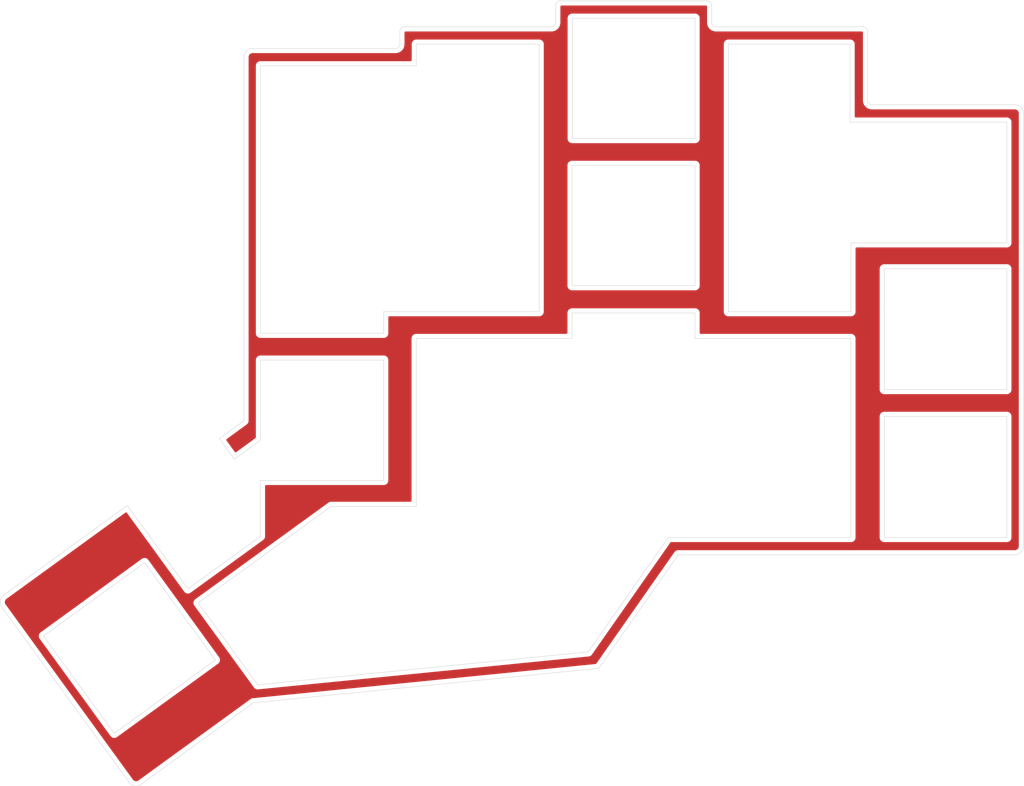
<source format=kicad_pcb>
(kicad_pcb (version 20171130) (host pcbnew 5.1.10)

  (general
    (thickness 1.6)
    (drawings 297)
    (tracks 0)
    (zones 0)
    (modules 0)
    (nets 1)
  )

  (page A4)
  (layers
    (0 F.Cu signal)
    (31 B.Cu signal)
    (32 B.Adhes user)
    (33 F.Adhes user)
    (34 B.Paste user)
    (35 F.Paste user)
    (36 B.SilkS user)
    (37 F.SilkS user)
    (38 B.Mask user)
    (39 F.Mask user)
    (40 Dwgs.User user)
    (41 Cmts.User user)
    (42 Eco1.User user)
    (43 Eco2.User user)
    (44 Edge.Cuts user)
    (45 Margin user)
    (46 B.CrtYd user)
    (47 F.CrtYd user)
    (48 B.Fab user)
    (49 F.Fab user)
  )

  (setup
    (last_trace_width 0.25)
    (user_trace_width 0.25)
    (user_trace_width 0.5)
    (trace_clearance 0.199)
    (zone_clearance 0.508)
    (zone_45_only no)
    (trace_min 0.2)
    (via_size 0.8)
    (via_drill 0.4)
    (via_min_size 0.6)
    (via_min_drill 0.3)
    (uvia_size 0.3)
    (uvia_drill 0.1)
    (uvias_allowed no)
    (uvia_min_size 0.2)
    (uvia_min_drill 0.1)
    (edge_width 0.05)
    (segment_width 0.2)
    (pcb_text_width 0.3)
    (pcb_text_size 1.5 1.5)
    (mod_edge_width 0.17)
    (mod_text_size 1 1)
    (mod_text_width 0.15)
    (pad_size 1.524 1.524)
    (pad_drill 0.762)
    (pad_to_mask_clearance 0.05)
    (solder_mask_min_width 0.2)
    (aux_axis_origin 0 0)
    (visible_elements FFFFFF7F)
    (pcbplotparams
      (layerselection 0x010fc_ffffffff)
      (usegerberextensions true)
      (usegerberattributes false)
      (usegerberadvancedattributes false)
      (creategerberjobfile false)
      (excludeedgelayer true)
      (linewidth 0.100000)
      (plotframeref false)
      (viasonmask false)
      (mode 1)
      (useauxorigin false)
      (hpglpennumber 1)
      (hpglpenspeed 20)
      (hpglpendiameter 15.000000)
      (psnegative false)
      (psa4output false)
      (plotreference true)
      (plotvalue false)
      (plotinvisibletext false)
      (padsonsilk false)
      (subtractmaskfromsilk true)
      (outputformat 1)
      (mirror false)
      (drillshape 0)
      (scaleselection 1)
      (outputdirectory "v2/gerber_middle/"))
  )

  (net 0 "")

  (net_class Default "This is the default net class."
    (clearance 0.199)
    (trace_width 0.25)
    (via_dia 0.8)
    (via_drill 0.4)
    (uvia_dia 0.3)
    (uvia_drill 0.1)
  )

  (net_class PWR ""
    (clearance 0.199)
    (trace_width 0.4)
    (via_dia 0.8)
    (via_drill 0.4)
    (uvia_dia 0.3)
    (uvia_drill 0.1)
  )

  (gr_line (start 133.93898 61.95) (end 133.93898 48) (layer Edge.Cuts) (width 0.05) (tstamp 60E0DF6B))
  (gr_line (start 115.93898 52.95) (end 115.93898 45) (layer Edge.Cuts) (width 0.05))
  (gr_line (start 119.78898 48) (end 133.93898 48) (layer Edge.Cuts) (width 0.05))
  (gr_line (start 119.78898 52.95) (end 119.78898 48) (layer Edge.Cuts) (width 0.05))
  (gr_line (start 133.93898 45) (end 115.93898 45) (layer Edge.Cuts) (width 0.05))
  (gr_line (start 43.02 67.62) (end 44.74537 70.00148) (layer Edge.Cuts) (width 0.05) (tstamp 60DD8164))
  (gr_line (start 133.93898 31.05) (end 115.83898 31.05) (layer Edge.Cuts) (width 0.05))
  (gr_line (start 33.991897 107.544878) (end 46.9362 98.140321) (layer Edge.Cuts) (width 0.05) (tstamp 60DD8116))
  (gr_line (start 61.98898 58.55) (end 61.98898 72.45) (layer Edge.Cuts) (width 0.05) (tstamp 60DCF78D))
  (gr_curve (pts (xy 100.357 20.04472) (xy 100.080901 20.04472) (xy 99.857 19.82082) (xy 99.857 19.54472)) (layer Edge.Cuts) (width 0.05) (tstamp 60DD8155))
  (gr_line (start 119.78898 61.95) (end 119.78898 52.95) (layer Edge.Cuts) (width 0.05) (tstamp 60DCF699))
  (gr_line (start 83.73898 53.1) (end 83.73898 56.05) (layer Edge.Cuts) (width 0.05) (tstamp 60DCF698))
  (gr_line (start 97.93898 49.95) (end 83.73898 49.95) (layer Edge.Cuts) (width 0.05) (tstamp 60DCF697))
  (gr_line (start 65.757 22.04472) (end 79.93898 22.04472) (layer Edge.Cuts) (width 0.05) (tstamp 60DCF696))
  (gr_line (start 34.378795 81.945278) (end 22.69898 90.43) (layer Edge.Cuts) (width 0.05) (tstamp 60DCF678))
  (gr_curve (pts (xy 81.857 19.54472) (xy 81.857 19.82082) (xy 81.6331 20.04472) (xy 81.357 20.04472)) (layer Edge.Cuts) (width 0.05) (tstamp 60DD8131))
  (gr_line (start 47.75898 58.55) (end 47.75898 67.8) (layer Edge.Cuts) (width 0.05) (tstamp 60DCF675))
  (gr_line (start 119.78898 65.05) (end 133.93898 65.05) (layer Edge.Cuts) (width 0.05) (tstamp 60DCF674))
  (gr_line (start 97.93898 49.95) (end 97.93898 36.05) (layer Edge.Cuts) (width 0.05) (tstamp 60DCF673))
  (gr_line (start 65.73898 75.45) (end 55.91898 75.45) (layer Edge.Cuts) (width 0.05) (tstamp 60DCF672))
  (gr_line (start 97.93898 19.04472) (end 97.93898 32.95) (layer Edge.Cuts) (width 0.05) (tstamp 60DCF671))
  (gr_line (start 65.757 22.04472) (end 65.757 24.54472) (layer Edge.Cuts) (width 0.05) (tstamp 60DCF6D9))
  (gr_line (start 99.857 19.54472) (end 99.857 17.54472) (layer Edge.Cuts) (width 0.05) (tstamp 60DD8119))
  (gr_line (start 117.857 28.54472) (end 117.857 20.54472) (layer Edge.Cuts) (width 0.05) (tstamp 60DD8101))
  (gr_line (start 79.93898 22.04472) (end 79.93898 52.95) (layer Edge.Cuts) (width 0.05) (tstamp 60DCF693))
  (gr_line (start 47.75898 67.8) (end 44.74537 70.00148) (layer Edge.Cuts) (width 0.05) (tstamp 60DCF690))
  (gr_line (start 115.83898 22.04472) (end 101.78898 22.04472) (layer Edge.Cuts) (width 0.05) (tstamp 60DCF68F))
  (gr_curve (pts (xy 33.991897 107.544878) (xy 33.545097 107.869478) (xy 32.919697 107.770478) (xy 32.595097 107.323677)) (layer Edge.Cuts) (width 0.05) (tstamp 60DCF68E))
  (gr_line (start 133.93898 79.04) (end 133.93898 65.05) (layer Edge.Cuts) (width 0.05) (tstamp 60DCF68D))
  (gr_line (start 106.4 20.04472) (end 100.357 20.04472) (layer Edge.Cuts) (width 0.05) (tstamp 60DD8152))
  (gr_line (start 32.38 75.35) (end 39.383409 84.981966) (layer Edge.Cuts) (width 0.05) (tstamp 60DCF68A))
  (gr_line (start 63.357 22.54472) (end 46.857 22.54472) (layer Edge.Cuts) (width 0.05) (tstamp 60DD810A))
  (gr_line (start 34.378795 81.945278) (end 42.54901 93.190615) (layer Edge.Cuts) (width 0.05) (tstamp 60DCF661))
  (gr_line (start 134.857 29.04472) (end 118.357 29.04472) (layer Edge.Cuts) (width 0.05) (tstamp 60DD813D))
  (gr_line (start 135.857 80.044721) (end 135.857 30.04472) (layer Edge.Cuts) (width 0.05) (tstamp 60DD8158))
  (gr_curve (pts (xy 134.857 29.04472) (xy 135.409 29.04472) (xy 135.857 29.492421) (xy 135.857 30.04472)) (layer Edge.Cuts) (width 0.05) (tstamp 60DD811F))
  (gr_line (start 106.4 20.04472) (end 117.357 20.04472) (layer Edge.Cuts) (width 0.05) (tstamp 60DD8161))
  (gr_line (start 133.93898 79.04) (end 119.78898 79.04) (layer Edge.Cuts) (width 0.05) (tstamp 60DCF6C0))
  (gr_curve (pts (xy 17.900457 87.098278) (xy 17.575837 86.651478) (xy 17.674887 86.026078) (xy 18.121697 85.701478)) (layer Edge.Cuts) (width 0.05) (tstamp 60DD813A))
  (gr_line (start 47.757 24.54472) (end 65.757 24.54472) (layer Edge.Cuts) (width 0.05) (tstamp 60DCF6BB))
  (gr_line (start 115.93898 79.04) (end 115.93898 56.05) (layer Edge.Cuts) (width 0.05) (tstamp 60DCF6BA))
  (gr_line (start 83.73898 36.05) (end 97.93898 36.05) (layer Edge.Cuts) (width 0.05) (tstamp 60DCF726))
  (gr_line (start 85.59898 92.26) (end 94.84898 79.04) (layer Edge.Cuts) (width 0.05) (tstamp 60DCF721))
  (gr_line (start 83.757 19.04472) (end 83.757 32.95) (layer Edge.Cuts) (width 0.05) (tstamp 60DCF71F))
  (gr_curve (pts (xy 63.857 22.04472) (xy 63.857 22.32082) (xy 63.6331 22.54472) (xy 63.357 22.54472)) (layer Edge.Cuts) (width 0.05) (tstamp 60DD8122))
  (gr_line (start 47.75898 58.55) (end 61.98898 58.55) (layer Edge.Cuts) (width 0.05) (tstamp 60DCF769))
  (gr_line (start 65.73898 56.05) (end 65.73898 75.45) (layer Edge.Cuts) (width 0.05) (tstamp 60DCF763))
  (gr_curve (pts (xy 117.357 20.04472) (xy 117.633 20.04472) (xy 117.857 20.26862) (xy 117.857 20.54472)) (layer Edge.Cuts) (width 0.05) (tstamp 60DD8167))
  (gr_line (start 83.73898 53.1) (end 97.93898 53.1) (layer Edge.Cuts) (width 0.05) (tstamp 60DCF6A3))
  (gr_line (start 47.75898 24.54472) (end 47.75898 55.45) (layer Edge.Cuts) (width 0.05) (tstamp 60DCF76F))
  (gr_line (start 86.8104 94.159621) (end 95.9936 81.044721) (layer Edge.Cuts) (width 0.05) (tstamp 60DD8140))
  (gr_line (start 47.75898 55.45) (end 61.98898 55.45) (layer Edge.Cuts) (width 0.05) (tstamp 60DCF71C))
  (gr_line (start 45.857 23.54472) (end 45.857 65.550561) (layer Edge.Cuts) (width 0.05) (tstamp 60DD8125))
  (gr_line (start 97.93898 53.1) (end 97.93898 56.05) (layer Edge.Cuts) (width 0.05) (tstamp 60DCF71A))
  (gr_line (start 61.98898 55.45) (end 61.98898 52.95) (layer Edge.Cuts) (width 0.05) (tstamp 60DCF719))
  (gr_line (start 32.38 75.35) (end 18.121697 85.701478) (layer Edge.Cuts) (width 0.05) (tstamp 60DD814C))
  (gr_line (start 40.55898 86.6) (end 47.43898 96.06) (layer Edge.Cuts) (width 0.05) (tstamp 60DCF755))
  (gr_line (start 47.75898 72.45) (end 61.98898 72.45) (layer Edge.Cuts) (width 0.05) (tstamp 60DCF730))
  (gr_line (start 17.900457 87.098278) (end 32.595097 107.323677) (layer Edge.Cuts) (width 0.05) (tstamp 60DD815E))
  (gr_line (start 70.6 20.04472) (end 81.357 20.04472) (layer Edge.Cuts) (width 0.05) (tstamp 60DD810D))
  (gr_line (start 99.357 17.04472) (end 82.357 17.04472) (layer Edge.Cuts) (width 0.05) (tstamp 60DD8110))
  (gr_line (start 55.91898 75.45) (end 40.55898 86.6) (layer Edge.Cuts) (width 0.05) (tstamp 60DCF792))
  (gr_curve (pts (xy 81.857 17.54472) (xy 81.857 17.26862) (xy 82.0809 17.04472) (xy 82.357 17.04472)) (layer Edge.Cuts) (width 0.05) (tstamp 60DD8113))
  (gr_line (start 133.93898 61.95) (end 119.78898 61.95) (layer Edge.Cuts) (width 0.05) (tstamp 60DCF78F))
  (gr_line (start 46.9362 98.140321) (end 86.8104 94.159621) (layer Edge.Cuts) (width 0.05) (tstamp 60DD814F))
  (gr_line (start 42.54901 93.190615) (end 30.87898 101.67) (layer Edge.Cuts) (width 0.05) (tstamp 60DCF688))
  (gr_line (start 47.75898 78.9) (end 39.383409 84.981966) (layer Edge.Cuts) (width 0.05) (tstamp 60DCF687))
  (gr_line (start 83.73898 36.05) (end 83.73898 49.95) (layer Edge.Cuts) (width 0.05) (tstamp 60DCF686))
  (gr_line (start 97.93898 56.05) (end 115.93898 56.05) (layer Edge.Cuts) (width 0.05) (tstamp 60DCF685))
  (gr_line (start 101.2 81.044721) (end 95.9936 81.044721) (layer Edge.Cuts) (width 0.05) (tstamp 60DD8149))
  (gr_curve (pts (xy 99.357 17.04472) (xy 99.6331 17.04472) (xy 99.857 17.26862) (xy 99.857 17.54472)) (layer Edge.Cuts) (width 0.05) (tstamp 60DD8107))
  (gr_curve (pts (xy 118.357 29.04472) (xy 118.081 29.04472) (xy 117.857 28.82082) (xy 117.857 28.54472)) (layer Edge.Cuts) (width 0.05) (tstamp 60DD8143))
  (gr_line (start 63.857 20.54472) (end 63.857 22.04472) (layer Edge.Cuts) (width 0.05) (tstamp 60DD811C))
  (gr_line (start 119.78898 79.04) (end 119.78898 65.05) (layer Edge.Cuts) (width 0.05) (tstamp 60DCF66F))
  (gr_line (start 79.93898 52.95) (end 61.98898 52.95) (layer Edge.Cuts) (width 0.05) (tstamp 60DCF66E))
  (gr_line (start 101.2 81.044721) (end 134.857 81.044721) (layer Edge.Cuts) (width 0.05) (tstamp 60DD8137))
  (gr_curve (pts (xy 135.857 80.044721) (xy 135.857 80.597021) (xy 135.409 81.044721) (xy 134.857 81.044721)) (layer Edge.Cuts) (width 0.05) (tstamp 60DD8146))
  (gr_line (start 47.75898 72.45) (end 47.75898 78.9) (layer Edge.Cuts) (width 0.05) (tstamp 60DCF667))
  (gr_line (start 115.83898 22.04472) (end 115.83898 31.05) (layer Edge.Cuts) (width 0.05) (tstamp 60DCF665))
  (gr_line (start 81.857 17.54472) (end 81.857 19.54472) (layer Edge.Cuts) (width 0.05) (tstamp 60DD812B))
  (gr_line (start 85.59898 92.26) (end 47.43898 96.06) (layer Edge.Cuts) (width 0.05) (tstamp 60DCF70C))
  (gr_line (start 65.73898 56.05) (end 83.73898 56.05) (layer Edge.Cuts) (width 0.05) (tstamp 60DCF70B))
  (gr_line (start 101.78898 22.04472) (end 101.78898 52.95) (layer Edge.Cuts) (width 0.05) (tstamp 60DCF70A))
  (gr_curve (pts (xy 45.857 23.54472) (xy 45.857 22.992421) (xy 46.3047 22.54472) (xy 46.857 22.54472)) (layer Edge.Cuts) (width 0.05) (tstamp 60DD815B))
  (gr_line (start 22.69898 90.43) (end 30.87898 101.67) (layer Edge.Cuts) (width 0.05) (tstamp 60DCF6FB))
  (gr_line (start 115.93898 52.95) (end 101.78898 52.95) (layer Edge.Cuts) (width 0.05) (tstamp 60DCF6EC))
  (gr_line (start 83.757 32.95) (end 97.93898 32.95) (layer Edge.Cuts) (width 0.05) (tstamp 60DCF6E7))
  (gr_line (start 133.93898 45) (end 133.93898 31.05) (layer Edge.Cuts) (width 0.05) (tstamp 60DCF6CC))
  (gr_curve (pts (xy 63.857 20.54472) (xy 63.857 20.26862) (xy 64.0809 20.04472) (xy 64.357 20.04472)) (layer Edge.Cuts) (width 0.05) (tstamp 60DD8128))
  (gr_line (start 115.93898 79.04) (end 94.84898 79.04) (layer Edge.Cuts) (width 0.05) (tstamp 60DCF6C7))
  (gr_line (start 83.757 19.04472) (end 97.93898 19.04472) (layer Edge.Cuts) (width 0.05) (tstamp 60DCF6C6))
  (gr_line (start 70.6 20.04472) (end 64.357 20.04472) (layer Edge.Cuts) (width 0.05) (tstamp 60DD8104))
  (gr_line (start 45.857 65.550561) (end 43.02 67.62) (layer Edge.Cuts) (width 0.05))
  (gr_line (start 93.961529 81.0418) (end 134.824914 81.0418) (layer Dwgs.User) (width 0.2))
  (gr_line (start 84.778333 94.156696) (end 93.961529 81.0418) (layer Dwgs.User) (width 0.2))
  (gr_line (start 46.904146 98.137394) (end 84.778333 94.156696) (layer Dwgs.User) (width 0.2))
  (gr_line (start 34.12165 107.424391) (end 46.904146 98.137394) (layer Dwgs.User) (width 0.2))
  (gr_curve (pts (xy 134.824914 81.0418) (xy 135.376915 81.0418) (xy 135.824914 80.594101) (xy 135.824914 80.041801)) (layer Dwgs.User) (width 0.2))
  (gr_line (start 18.030216 86.977797) (end 32.724851 107.203191) (layer Dwgs.User) (width 0.2))
  (gr_curve (pts (xy 32.724851 107.203191) (xy 33.049451 107.649991) (xy 33.67485 107.748991) (xy 34.12165 107.424391)) (layer Dwgs.User) (width 0.2))
  (gr_line (start 45.824946 65.547646) (end 18.251456 85.580999) (layer Dwgs.User) (width 0.2))
  (gr_line (start 45.824946 23.54182) (end 45.824946 65.547646) (layer Dwgs.User) (width 0.2))
  (gr_curve (pts (xy 18.251456 85.580999) (xy 17.804646 85.905599) (xy 17.705596 86.530998) (xy 18.030216 86.977797)) (layer Dwgs.User) (width 0.2))
  (gr_line (start 63.32494 22.541821) (end 46.824946 22.541821) (layer Dwgs.User) (width 0.2))
  (gr_curve (pts (xy 46.824946 22.541821) (xy 46.272646 22.541821) (xy 45.824946 22.989519) (xy 45.824946 23.54182)) (layer Dwgs.User) (width 0.2))
  (gr_line (start 63.82494 20.541821) (end 63.82494 22.041821) (layer Dwgs.User) (width 0.2))
  (gr_curve (pts (xy 63.82494 22.041821) (xy 63.82494 22.317921) (xy 63.60104 22.541821) (xy 63.32494 22.541821)) (layer Dwgs.User) (width 0.2))
  (gr_line (start 81.324934 20.041822) (end 64.32494 20.041822) (layer Dwgs.User) (width 0.2))
  (gr_curve (pts (xy 64.32494 20.041822) (xy 64.04884 20.041822) (xy 63.82494 20.265721) (xy 63.82494 20.541821)) (layer Dwgs.User) (width 0.2))
  (gr_line (start 81.824934 17.541822) (end 81.824934 19.541822) (layer Dwgs.User) (width 0.2))
  (gr_curve (pts (xy 81.824934 19.541822) (xy 81.824934 19.817922) (xy 81.601033 20.041822) (xy 81.324934 20.041822)) (layer Dwgs.User) (width 0.2))
  (gr_line (start 99.324928 17.041822) (end 82.324933 17.041822) (layer Dwgs.User) (width 0.2))
  (gr_curve (pts (xy 82.324933 17.041822) (xy 82.048834 17.041822) (xy 81.824934 17.265722) (xy 81.824934 17.541822)) (layer Dwgs.User) (width 0.2))
  (gr_line (start 99.824927 19.541822) (end 99.824927 17.541822) (layer Dwgs.User) (width 0.2))
  (gr_curve (pts (xy 99.824927 17.541822) (xy 99.824927 17.265722) (xy 99.601028 17.041822) (xy 99.324928 17.041822)) (layer Dwgs.User) (width 0.2))
  (gr_line (start 117.324921 20.041822) (end 100.324927 20.041822) (layer Dwgs.User) (width 0.2))
  (gr_curve (pts (xy 100.324927 20.041822) (xy 100.048827 20.041822) (xy 99.824927 19.817922) (xy 99.824927 19.541822)) (layer Dwgs.User) (width 0.2))
  (gr_line (start 117.824921 28.541819) (end 117.824921 20.541821) (layer Dwgs.User) (width 0.2))
  (gr_curve (pts (xy 117.824921 20.541821) (xy 117.824921 20.265721) (xy 117.600921 20.041822) (xy 117.324921 20.041822)) (layer Dwgs.User) (width 0.2))
  (gr_line (start 134.824914 29.041818) (end 118.324921 29.041818) (layer Dwgs.User) (width 0.2))
  (gr_curve (pts (xy 118.324921 29.041818) (xy 118.048921 29.041818) (xy 117.824921 28.817918) (xy 117.824921 28.541819)) (layer Dwgs.User) (width 0.2))
  (gr_line (start 135.824914 80.041801) (end 135.824914 30.041818) (layer Dwgs.User) (width 0.2))
  (gr_curve (pts (xy 135.824914 30.041818) (xy 135.824914 29.489518) (xy 135.376915 29.041818) (xy 134.824914 29.041818)) (layer Dwgs.User) (width 0.2))
  (gr_line (start 101.824927 53.0418) (end 115.824922 53.0418) (layer Dwgs.User) (width 0.2))
  (gr_line (start 101.824927 39.041815) (end 101.824927 53.0418) (layer Dwgs.User) (width 0.2))
  (gr_line (start 115.824922 39.041815) (end 101.824927 39.041815) (layer Dwgs.User) (width 0.2))
  (gr_line (start 115.824922 53.0418) (end 115.824922 39.041815) (layer Dwgs.User) (width 0.2))
  (gr_line (start 119.82492 62.041802) (end 133.824915 62.041802) (layer Dwgs.User) (width 0.2))
  (gr_line (start 119.82492 48.041812) (end 119.82492 62.041802) (layer Dwgs.User) (width 0.2))
  (gr_line (start 133.824915 48.041812) (end 119.82492 48.041812) (layer Dwgs.User) (width 0.2))
  (gr_line (start 133.824915 62.041802) (end 133.824915 48.041812) (layer Dwgs.User) (width 0.2))
  (gr_line (start 83.824933 50.041811) (end 97.824928 50.041811) (layer Dwgs.User) (width 0.2))
  (gr_line (start 83.824933 36.041816) (end 83.824933 50.041811) (layer Dwgs.User) (width 0.2))
  (gr_line (start 97.824928 36.041816) (end 83.824933 36.041816) (layer Dwgs.User) (width 0.2))
  (gr_line (start 97.824928 50.041811) (end 97.824928 36.041816) (layer Dwgs.User) (width 0.2))
  (gr_line (start 47.824945 38.541815) (end 61.824941 38.541815) (layer Dwgs.User) (width 0.2))
  (gr_line (start 47.824945 24.54182) (end 47.824945 38.541815) (layer Dwgs.User) (width 0.2))
  (gr_line (start 61.824941 24.54182) (end 47.824945 24.54182) (layer Dwgs.User) (width 0.2))
  (gr_line (start 61.824941 38.541815) (end 61.824941 24.54182) (layer Dwgs.User) (width 0.2))
  (gr_line (start 47.824945 72.541803) (end 61.824941 72.541803) (layer Dwgs.User) (width 0.2))
  (gr_line (start 47.824945 58.541798) (end 47.824945 72.541803) (layer Dwgs.User) (width 0.2))
  (gr_line (start 61.824941 58.541798) (end 47.824945 58.541798) (layer Dwgs.User) (width 0.2))
  (gr_line (start 61.824941 72.541803) (end 61.824941 58.541798) (layer Dwgs.User) (width 0.2))
  (gr_line (start 101.824927 70.041794) (end 115.824922 70.041794) (layer Dwgs.User) (width 0.2))
  (gr_line (start 101.824927 56.041798) (end 101.824927 70.041794) (layer Dwgs.User) (width 0.2))
  (gr_line (start 115.824922 56.041798) (end 101.824927 56.041798) (layer Dwgs.User) (width 0.2))
  (gr_line (start 115.824922 70.041794) (end 115.824922 56.041798) (layer Dwgs.User) (width 0.2))
  (gr_line (start 101.824927 36.041816) (end 115.824922 36.041816) (layer Dwgs.User) (width 0.2))
  (gr_line (start 101.824927 22.041821) (end 101.824927 36.041816) (layer Dwgs.User) (width 0.2))
  (gr_line (start 115.824922 22.041821) (end 101.824927 22.041821) (layer Dwgs.User) (width 0.2))
  (gr_line (start 115.824922 36.041816) (end 115.824922 22.041821) (layer Dwgs.User) (width 0.2))
  (gr_line (start 65.824939 70.041794) (end 79.824934 70.041794) (layer Dwgs.User) (width 0.2))
  (gr_line (start 65.824939 56.041798) (end 65.824939 70.041794) (layer Dwgs.User) (width 0.2))
  (gr_line (start 79.824934 56.041798) (end 65.824939 56.041798) (layer Dwgs.User) (width 0.2))
  (gr_line (start 79.824934 70.041794) (end 79.824934 56.041798) (layer Dwgs.User) (width 0.2))
  (gr_line (start 65.824939 36.041816) (end 79.824934 36.041816) (layer Dwgs.User) (width 0.2))
  (gr_line (start 65.824939 22.041821) (end 65.824939 36.041816) (layer Dwgs.User) (width 0.2))
  (gr_line (start 79.824934 22.041821) (end 65.824939 22.041821) (layer Dwgs.User) (width 0.2))
  (gr_line (start 79.824934 36.041816) (end 79.824934 22.041821) (layer Dwgs.User) (width 0.2))
  (gr_line (start 47.824945 55.541798) (end 61.824941 55.541798) (layer Dwgs.User) (width 0.2))
  (gr_line (start 47.824945 41.541814) (end 47.824945 55.541798) (layer Dwgs.User) (width 0.2))
  (gr_line (start 61.824941 41.541814) (end 47.824945 41.541814) (layer Dwgs.User) (width 0.2))
  (gr_line (start 61.824941 55.541798) (end 61.824941 41.541814) (layer Dwgs.User) (width 0.2))
  (gr_line (start 83.824933 67.041795) (end 97.824928 67.041795) (layer Dwgs.User) (width 0.2))
  (gr_line (start 83.824933 53.0418) (end 83.824933 67.041795) (layer Dwgs.User) (width 0.2))
  (gr_line (start 97.824928 53.0418) (end 83.824933 53.0418) (layer Dwgs.User) (width 0.2))
  (gr_line (start 97.824928 67.041795) (end 97.824928 53.0418) (layer Dwgs.User) (width 0.2))
  (gr_line (start 50.301945 95.668695) (end 63.82494 92.045297) (layer Dwgs.User) (width 0.2))
  (gr_line (start 46.678546 82.145799) (end 50.301945 95.668695) (layer Dwgs.User) (width 0.2))
  (gr_line (start 60.201441 78.522301) (end 46.678546 82.145799) (layer Dwgs.User) (width 0.2))
  (gr_line (start 63.82494 92.045297) (end 60.201441 78.522301) (layer Dwgs.User) (width 0.2))
  (gr_line (start 31.110051 101.577993) (end 42.436247 93.348996) (layer Dwgs.User) (width 0.2))
  (gr_line (start 22.881074 90.251797) (end 31.110051 101.577993) (layer Dwgs.User) (width 0.2))
  (gr_line (start 34.20735 82.0228) (end 22.881074 90.251797) (layer Dwgs.User) (width 0.2))
  (gr_line (start 42.436247 93.348996) (end 34.20735 82.0228) (layer Dwgs.User) (width 0.2))
  (gr_line (start 68.797537 91.522597) (end 82.778333 92.255297) (layer Dwgs.User) (width 0.2))
  (gr_line (start 69.530238 77.541802) (end 68.797537 91.522597) (layer Dwgs.User) (width 0.2))
  (gr_line (start 83.511033 78.274501) (end 69.530238 77.541802) (layer Dwgs.User) (width 0.2))
  (gr_line (start 82.778333 92.255297) (end 83.511033 78.274501) (layer Dwgs.User) (width 0.2))
  (gr_line (start 119.82492 79.041801) (end 133.824915 79.041801) (layer Dwgs.User) (width 0.2))
  (gr_line (start 119.82492 65.041796) (end 119.82492 79.041801) (layer Dwgs.User) (width 0.2))
  (gr_line (start 133.824915 65.041796) (end 119.82492 65.041796) (layer Dwgs.User) (width 0.2))
  (gr_line (start 133.824915 79.041801) (end 133.824915 65.041796) (layer Dwgs.User) (width 0.2))
  (gr_line (start 65.824939 53.0418) (end 79.824934 53.0418) (layer Dwgs.User) (width 0.2))
  (gr_line (start 65.824939 39.041815) (end 65.824939 53.0418) (layer Dwgs.User) (width 0.2))
  (gr_line (start 79.824934 39.041815) (end 65.824939 39.041815) (layer Dwgs.User) (width 0.2))
  (gr_line (start 79.824934 53.0418) (end 79.824934 39.041815) (layer Dwgs.User) (width 0.2))
  (gr_line (start 83.824933 33.041817) (end 97.824928 33.041817) (layer Dwgs.User) (width 0.2))
  (gr_line (start 83.824933 19.041822) (end 83.824933 33.041817) (layer Dwgs.User) (width 0.2))
  (gr_line (start 97.824928 19.041822) (end 83.824933 19.041822) (layer Dwgs.User) (width 0.2))
  (gr_line (start 97.824928 33.041817) (end 97.824928 19.041822) (layer Dwgs.User) (width 0.2))
  (gr_line (start 119.82492 45.041813) (end 133.824915 45.041813) (layer Dwgs.User) (width 0.2))
  (gr_line (start 119.82492 31.041818) (end 119.82492 45.041813) (layer Dwgs.User) (width 0.2))
  (gr_line (start 133.824915 31.041818) (end 119.82492 31.041818) (layer Dwgs.User) (width 0.2))
  (gr_line (start 133.824915 45.041813) (end 133.824915 31.041818) (layer Dwgs.User) (width 0.2))
  (gr_line (start 135.824914 80.041801) (end 135.824914 30.041818) (layer Dwgs.User) (width 0.2))
  (gr_curve (pts (xy 135.824914 80.041801) (xy 135.824914 80.594101) (xy 135.376915 81.0418) (xy 134.824914 81.0418)) (layer Dwgs.User) (width 0.2))
  (gr_line (start 134.824914 29.041818) (end 118.324921 29.041818) (layer Dwgs.User) (width 0.2))
  (gr_curve (pts (xy 134.824914 29.041818) (xy 135.376915 29.041818) (xy 135.824914 29.489518) (xy 135.824914 30.041818)) (layer Dwgs.User) (width 0.2))
  (gr_line (start 117.824921 28.541819) (end 117.824921 20.541821) (layer Dwgs.User) (width 0.2))
  (gr_curve (pts (xy 118.324921 29.041818) (xy 118.048921 29.041818) (xy 117.824921 28.817918) (xy 117.824921 28.541819)) (layer Dwgs.User) (width 0.2))
  (gr_line (start 117.324921 20.041822) (end 100.324927 20.041822) (layer Dwgs.User) (width 0.2))
  (gr_curve (pts (xy 117.324921 20.041822) (xy 117.600921 20.041822) (xy 117.824921 20.265721) (xy 117.824921 20.541821)) (layer Dwgs.User) (width 0.2))
  (gr_line (start 99.824927 19.541822) (end 99.824927 17.541822) (layer Dwgs.User) (width 0.2))
  (gr_curve (pts (xy 100.324927 20.041822) (xy 100.048827 20.041822) (xy 99.824927 19.817922) (xy 99.824927 19.541822)) (layer Dwgs.User) (width 0.2))
  (gr_line (start 99.324928 17.041822) (end 82.324933 17.041822) (layer Dwgs.User) (width 0.2))
  (gr_curve (pts (xy 99.324928 17.041822) (xy 99.601028 17.041822) (xy 99.824927 17.265722) (xy 99.824927 17.541822)) (layer Dwgs.User) (width 0.2))
  (gr_line (start 81.824934 17.541822) (end 81.824934 19.541822) (layer Dwgs.User) (width 0.2))
  (gr_curve (pts (xy 81.824934 17.541822) (xy 81.824934 17.265722) (xy 82.048834 17.041822) (xy 82.324933 17.041822)) (layer Dwgs.User) (width 0.2))
  (gr_line (start 81.324934 20.041822) (end 64.32494 20.041822) (layer Dwgs.User) (width 0.2))
  (gr_curve (pts (xy 81.824934 19.541822) (xy 81.824934 19.817922) (xy 81.601033 20.041822) (xy 81.324934 20.041822)) (layer Dwgs.User) (width 0.2))
  (gr_line (start 63.82494 20.541821) (end 63.82494 22.041821) (layer Dwgs.User) (width 0.2))
  (gr_curve (pts (xy 63.82494 20.541821) (xy 63.82494 20.265721) (xy 64.04884 20.041822) (xy 64.32494 20.041822)) (layer Dwgs.User) (width 0.2))
  (gr_line (start 63.32494 22.541821) (end 46.824946 22.541821) (layer Dwgs.User) (width 0.2))
  (gr_curve (pts (xy 63.82494 22.041821) (xy 63.82494 22.317921) (xy 63.60104 22.541821) (xy 63.32494 22.541821)) (layer Dwgs.User) (width 0.2))
  (gr_line (start 45.824946 23.54182) (end 45.824946 65.547646) (layer Dwgs.User) (width 0.2))
  (gr_curve (pts (xy 45.824946 23.54182) (xy 45.824946 22.989519) (xy 46.272646 22.541821) (xy 46.824946 22.541821)) (layer Dwgs.User) (width 0.2))
  (gr_line (start 18.251456 85.580999) (end 45.824946 65.547646) (layer Dwgs.User) (width 0.2))
  (gr_line (start 18.030216 86.977797) (end 32.724851 107.203191) (layer Dwgs.User) (width 0.2))
  (gr_curve (pts (xy 18.030216 86.977797) (xy 17.705596 86.530998) (xy 17.804646 85.905599) (xy 18.251456 85.580999)) (layer Dwgs.User) (width 0.2))
  (gr_line (start 34.12165 107.424391) (end 46.904146 98.137394) (layer Dwgs.User) (width 0.2))
  (gr_curve (pts (xy 34.12165 107.424391) (xy 33.67485 107.748991) (xy 33.049451 107.649991) (xy 32.724851 107.203191)) (layer Dwgs.User) (width 0.2))
  (gr_line (start 46.904146 98.137394) (end 84.778333 94.156696) (layer Dwgs.User) (width 0.2))
  (gr_line (start 84.778333 94.156696) (end 93.961529 81.0418) (layer Dwgs.User) (width 0.2))
  (gr_line (start 134.824914 81.0418) (end 93.961529 81.0418) (layer Dwgs.User) (width 0.2))
  (gr_line (start 22.881074 90.251797) (end 31.110051 101.577993) (layer Dwgs.User) (width 0.2))
  (gr_line (start 34.20735 82.0228) (end 22.881074 90.251797) (layer Dwgs.User) (width 0.2))
  (gr_line (start 42.436247 93.348996) (end 34.20735 82.0228) (layer Dwgs.User) (width 0.2))
  (gr_line (start 31.110051 101.577993) (end 42.436247 93.348996) (layer Dwgs.User) (width 0.2))
  (gr_line (start 46.678546 82.145799) (end 50.301945 95.668695) (layer Dwgs.User) (width 0.2))
  (gr_line (start 60.201441 78.522301) (end 46.678546 82.145799) (layer Dwgs.User) (width 0.2))
  (gr_line (start 63.82494 92.045297) (end 60.201441 78.522301) (layer Dwgs.User) (width 0.2))
  (gr_line (start 50.301945 95.668695) (end 63.82494 92.045297) (layer Dwgs.User) (width 0.2))
  (gr_line (start 69.530238 77.541802) (end 68.797537 91.522597) (layer Dwgs.User) (width 0.2))
  (gr_line (start 83.511033 78.274501) (end 69.530238 77.541802) (layer Dwgs.User) (width 0.2))
  (gr_line (start 82.778333 92.255297) (end 83.511033 78.274501) (layer Dwgs.User) (width 0.2))
  (gr_line (start 68.797537 91.522597) (end 82.778333 92.255297) (layer Dwgs.User) (width 0.2))
  (gr_line (start 133.824915 45.041813) (end 133.824915 31.041818) (layer Dwgs.User) (width 0.2))
  (gr_line (start 119.82492 45.041813) (end 133.824915 45.041813) (layer Dwgs.User) (width 0.2))
  (gr_line (start 119.82492 31.041818) (end 119.82492 45.041813) (layer Dwgs.User) (width 0.2))
  (gr_line (start 133.824915 31.041818) (end 119.82492 31.041818) (layer Dwgs.User) (width 0.2))
  (gr_line (start 133.824915 79.041801) (end 133.824915 65.041796) (layer Dwgs.User) (width 0.2))
  (gr_line (start 119.82492 79.041801) (end 133.824915 79.041801) (layer Dwgs.User) (width 0.2))
  (gr_line (start 119.82492 65.041796) (end 119.82492 79.041801) (layer Dwgs.User) (width 0.2))
  (gr_line (start 133.824915 65.041796) (end 119.82492 65.041796) (layer Dwgs.User) (width 0.2))
  (gr_line (start 115.824922 36.041816) (end 115.824922 22.041821) (layer Dwgs.User) (width 0.2))
  (gr_line (start 101.824927 36.041816) (end 115.824922 36.041816) (layer Dwgs.User) (width 0.2))
  (gr_line (start 101.824927 22.041821) (end 101.824927 36.041816) (layer Dwgs.User) (width 0.2))
  (gr_line (start 115.824922 22.041821) (end 101.824927 22.041821) (layer Dwgs.User) (width 0.2))
  (gr_line (start 115.824922 53.0418) (end 115.824922 39.041815) (layer Dwgs.User) (width 0.2))
  (gr_line (start 101.824927 53.0418) (end 115.824922 53.0418) (layer Dwgs.User) (width 0.2))
  (gr_line (start 101.824927 39.041815) (end 101.824927 53.0418) (layer Dwgs.User) (width 0.2))
  (gr_line (start 115.824922 39.041815) (end 101.824927 39.041815) (layer Dwgs.User) (width 0.2))
  (gr_line (start 115.824922 70.041794) (end 115.824922 56.041798) (layer Dwgs.User) (width 0.2))
  (gr_line (start 101.824927 70.041794) (end 115.824922 70.041794) (layer Dwgs.User) (width 0.2))
  (gr_line (start 101.824927 56.041798) (end 101.824927 70.041794) (layer Dwgs.User) (width 0.2))
  (gr_line (start 115.824922 56.041798) (end 101.824927 56.041798) (layer Dwgs.User) (width 0.2))
  (gr_line (start 97.824928 33.041817) (end 97.824928 19.041822) (layer Dwgs.User) (width 0.2))
  (gr_line (start 83.824933 33.041817) (end 97.824928 33.041817) (layer Dwgs.User) (width 0.2))
  (gr_line (start 83.824933 19.041822) (end 83.824933 33.041817) (layer Dwgs.User) (width 0.2))
  (gr_line (start 97.824928 19.041822) (end 83.824933 19.041822) (layer Dwgs.User) (width 0.2))
  (gr_line (start 97.824928 50.041811) (end 97.824928 36.041816) (layer Dwgs.User) (width 0.2))
  (gr_line (start 83.824933 50.041811) (end 97.824928 50.041811) (layer Dwgs.User) (width 0.2))
  (gr_line (start 83.824933 36.041816) (end 83.824933 50.041811) (layer Dwgs.User) (width 0.2))
  (gr_line (start 97.824928 36.041816) (end 83.824933 36.041816) (layer Dwgs.User) (width 0.2))
  (gr_line (start 97.824928 67.041795) (end 97.824928 53.0418) (layer Dwgs.User) (width 0.2))
  (gr_line (start 83.824933 67.041795) (end 97.824928 67.041795) (layer Dwgs.User) (width 0.2))
  (gr_line (start 83.824933 53.0418) (end 83.824933 67.041795) (layer Dwgs.User) (width 0.2))
  (gr_line (start 97.824928 53.0418) (end 83.824933 53.0418) (layer Dwgs.User) (width 0.2))
  (gr_line (start 79.824934 36.041816) (end 79.824934 22.041821) (layer Dwgs.User) (width 0.2))
  (gr_line (start 65.824939 36.041816) (end 79.824934 36.041816) (layer Dwgs.User) (width 0.2))
  (gr_line (start 65.824939 22.041821) (end 65.824939 36.041816) (layer Dwgs.User) (width 0.2))
  (gr_line (start 79.824934 22.041821) (end 65.824939 22.041821) (layer Dwgs.User) (width 0.2))
  (gr_line (start 79.824934 53.0418) (end 79.824934 39.041815) (layer Dwgs.User) (width 0.2))
  (gr_line (start 65.824939 53.0418) (end 79.824934 53.0418) (layer Dwgs.User) (width 0.2))
  (gr_line (start 65.824939 39.041815) (end 65.824939 53.0418) (layer Dwgs.User) (width 0.2))
  (gr_line (start 79.824934 39.041815) (end 65.824939 39.041815) (layer Dwgs.User) (width 0.2))
  (gr_line (start 79.824934 70.041794) (end 79.824934 56.041798) (layer Dwgs.User) (width 0.2))
  (gr_line (start 65.824939 70.041794) (end 79.824934 70.041794) (layer Dwgs.User) (width 0.2))
  (gr_line (start 65.824939 56.041798) (end 65.824939 70.041794) (layer Dwgs.User) (width 0.2))
  (gr_line (start 79.824934 56.041798) (end 65.824939 56.041798) (layer Dwgs.User) (width 0.2))
  (gr_line (start 61.824941 38.541815) (end 61.824941 24.54182) (layer Dwgs.User) (width 0.2))
  (gr_line (start 47.824945 38.541815) (end 61.824941 38.541815) (layer Dwgs.User) (width 0.2))
  (gr_line (start 47.824945 24.54182) (end 47.824945 38.541815) (layer Dwgs.User) (width 0.2))
  (gr_line (start 61.824941 24.54182) (end 47.824945 24.54182) (layer Dwgs.User) (width 0.2))
  (gr_line (start 61.824941 55.541798) (end 61.824941 41.541814) (layer Dwgs.User) (width 0.2))
  (gr_line (start 47.824945 55.541798) (end 61.824941 55.541798) (layer Dwgs.User) (width 0.2))
  (gr_line (start 47.824945 41.541814) (end 47.824945 55.541798) (layer Dwgs.User) (width 0.2))
  (gr_line (start 61.824941 41.541814) (end 47.824945 41.541814) (layer Dwgs.User) (width 0.2))
  (gr_line (start 61.824941 72.541803) (end 61.824941 58.541798) (layer Dwgs.User) (width 0.2))
  (gr_line (start 47.824945 72.541803) (end 61.824941 72.541803) (layer Dwgs.User) (width 0.2))
  (gr_line (start 47.824945 58.541798) (end 47.824945 72.541803) (layer Dwgs.User) (width 0.2))
  (gr_line (start 61.824941 58.541798) (end 47.824945 58.541798) (layer Dwgs.User) (width 0.2))
  (gr_line (start 133.824915 62.041802) (end 133.824915 48.041812) (layer Dwgs.User) (width 0.2))
  (gr_line (start 119.82492 62.041802) (end 133.824915 62.041802) (layer Dwgs.User) (width 0.2))
  (gr_line (start 119.82492 48.041812) (end 119.82492 62.041802) (layer Dwgs.User) (width 0.2))
  (gr_line (start 133.824915 48.041812) (end 119.82492 48.041812) (layer Dwgs.User) (width 0.2))

  (zone (net 0) (net_name "") (layer F.Cu) (tstamp 0) (hatch edge 0.508)
    (connect_pads (clearance 0.508))
    (min_thickness 0.254)
    (fill yes (arc_segments 32) (thermal_gap 0.508) (thermal_bridge_width 0.508))
    (polygon
      (pts
        (xy 99.7 17.2) (xy 99.8 17.8) (xy 99.8 19.6) (xy 100 19.9) (xy 100.5 20)
        (xy 117.4 20) (xy 117.8 20.3) (xy 117.9 20.8) (xy 117.9 28.7) (xy 118.1 29)
        (xy 135 29) (xy 135.5 29.2) (xy 135.8 29.8) (xy 135.8 80.2) (xy 135.5 80.8)
        (xy 135 81.1) (xy 96 81.08) (xy 86.83 94.16) (xy 46.9 98.2) (xy 33.9 107.6)
        (xy 33.2 107.5) (xy 32.8 107.3) (xy 17.9 86.8) (xy 17.8 86.3) (xy 18 85.8)
        (xy 18.1 85.7) (xy 21.4 83.3) (xy 45.8 65.6) (xy 45.8 23.3) (xy 46.2 22.7)
        (xy 46.7 22.5) (xy 63.3 22.5) (xy 63.6 22.4) (xy 63.8 22.2) (xy 63.8 20.5)
        (xy 64 20.2) (xy 64.2 20) (xy 81.5 20) (xy 81.8 19.7) (xy 81.8 17.5)
        (xy 82 17.1) (xy 82.5 17) (xy 99.3 17)
      )
    )
    (filled_polygon
      (pts
        (xy 99.197 19.577138) (xy 99.198634 19.593728) (xy 99.200421 19.629119) (xy 99.204669 19.657573) (xy 99.205814 19.68633)
        (xy 99.207142 19.695449) (xy 99.214721 19.745089) (xy 99.223756 19.780586) (xy 99.229765 19.816729) (xy 99.232219 19.825612)
        (xy 99.252403 19.896756) (xy 99.268564 19.937913) (xy 99.282171 19.979992) (xy 99.285907 19.988416) (xy 99.315919 20.054828)
        (xy 99.337577 20.092464) (xy 99.356781 20.131391) (xy 99.361699 20.139184) (xy 99.400689 20.200013) (xy 99.427214 20.23365)
        (xy 99.451479 20.268959) (xy 99.457463 20.275967) (xy 99.50458 20.330365) (xy 99.535509 20.359718) (xy 99.564425 20.391052)
        (xy 99.571349 20.397134) (xy 99.625747 20.444252) (xy 99.660709 20.469005) (xy 99.693982 20.496005) (xy 99.701706 20.501032)
        (xy 99.762535 20.540021) (xy 99.801202 20.559772) (xy 99.838528 20.581951) (xy 99.846899 20.585804) (xy 99.91331 20.615815)
        (xy 99.955183 20.630003) (xy 99.99611 20.646738) (xy 100.004957 20.649315) (xy 100.076102 20.6695) (xy 100.112164 20.676014)
        (xy 100.147544 20.685547) (xy 100.156644 20.687001) (xy 100.206284 20.694579) (xy 100.234997 20.696124) (xy 100.263388 20.700769)
        (xy 100.272589 20.701298) (xy 100.307997 20.703087) (xy 100.324581 20.70472) (xy 117.197001 20.70472) (xy 117.197 28.577138)
        (xy 117.198635 28.593736) (xy 117.200424 28.629144) (xy 117.204674 28.657603) (xy 117.20582 28.686356) (xy 117.207148 28.695475)
        (xy 117.214729 28.745115) (xy 117.223771 28.780631) (xy 117.229785 28.816787) (xy 117.232239 28.82567) (xy 117.25243 28.896814)
        (xy 117.268597 28.937974) (xy 117.282208 28.980053) (xy 117.285945 28.988476) (xy 117.315965 29.054887) (xy 117.337625 29.092517)
        (xy 117.35684 29.131457) (xy 117.36176 29.139249) (xy 117.400759 29.200078) (xy 117.427284 29.233706) (xy 117.451548 29.269007)
        (xy 117.457533 29.276014) (xy 117.504659 29.330412) (xy 117.53558 29.359751) (xy 117.564486 29.391072) (xy 117.57141 29.397154)
        (xy 117.625813 29.444272) (xy 117.660764 29.469015) (xy 117.694029 29.496008) (xy 117.701753 29.501034) (xy 117.762583 29.540024)
        (xy 117.801241 29.55977) (xy 117.838559 29.581945) (xy 117.84693 29.585798) (xy 117.913337 29.615809) (xy 117.955196 29.629993)
        (xy 117.996122 29.64673) (xy 118.004969 29.649307) (xy 118.076102 29.669492) (xy 118.112168 29.676009) (xy 118.147549 29.685543)
        (xy 118.156648 29.686998) (xy 118.206276 29.694576) (xy 118.235002 29.696122) (xy 118.263394 29.700768) (xy 118.272594 29.701297)
        (xy 118.307981 29.703085) (xy 118.324581 29.70472) (xy 134.848653 29.70472) (xy 134.875045 29.705388) (xy 134.892509 29.706716)
        (xy 134.90952 29.708878) (xy 134.918024 29.710397) (xy 134.958151 29.720717) (xy 134.98885 29.731955) (xy 135.018232 29.746109)
        (xy 135.046181 29.763089) (xy 135.072472 29.782746) (xy 135.096824 29.804875) (xy 135.118957 29.829222) (xy 135.138617 29.855505)
        (xy 135.1556 29.88345) (xy 135.169755 29.912821) (xy 135.18099 29.943506) (xy 135.191317 29.983647) (xy 135.192838 29.992159)
        (xy 135.194999 30.009162) (xy 135.196331 30.026662) (xy 135.197001 30.053131) (xy 135.197 80.036349) (xy 135.196331 80.062778)
        (xy 135.194999 80.080278) (xy 135.192839 80.09727) (xy 135.191314 80.105803) (xy 135.18099 80.145936) (xy 135.169754 80.176622)
        (xy 135.155601 80.20599) (xy 135.138617 80.233936) (xy 135.118957 80.260219) (xy 135.096828 80.284562) (xy 135.072472 80.306694)
        (xy 135.046181 80.326351) (xy 135.018232 80.343331) (xy 134.98885 80.357485) (xy 134.958151 80.368723) (xy 134.918024 80.379043)
        (xy 134.90952 80.380562) (xy 134.892509 80.382724) (xy 134.875045 80.384052) (xy 134.848633 80.384721) (xy 96.033232 80.384721)
        (xy 96.008069 80.381687) (xy 95.96841 80.384721) (xy 95.961181 80.384721) (xy 95.936029 80.387198) (xy 95.878439 80.391604)
        (xy 95.87145 80.393559) (xy 95.864217 80.394271) (xy 95.808883 80.411057) (xy 95.753234 80.42662) (xy 95.746756 80.429903)
        (xy 95.739807 80.432011) (xy 95.688812 80.459268) (xy 95.637268 80.48539) (xy 95.631559 80.48987) (xy 95.62515 80.493296)
        (xy 95.580469 80.529965) (xy 95.534994 80.565653) (xy 95.530262 80.571169) (xy 95.524652 80.575773) (xy 95.487987 80.620449)
        (xy 95.471555 80.639604) (xy 95.467417 80.645514) (xy 95.442175 80.676271) (xy 95.430223 80.698632) (xy 86.443475 93.532972)
        (xy 46.922755 97.478383) (xy 46.910163 97.47764) (xy 46.858206 97.484827) (xy 46.838379 97.486806) (xy 46.826065 97.489272)
        (xy 46.781381 97.495453) (xy 46.762476 97.502009) (xy 46.742843 97.505941) (xy 46.701173 97.523266) (xy 46.658549 97.538047)
        (xy 46.641279 97.548169) (xy 46.622798 97.555853) (xy 46.585325 97.580964) (xy 46.57449 97.587314) (xy 46.558365 97.59903)
        (xy 46.514796 97.628225) (xy 46.50589 97.637155) (xy 33.610746 107.005996) (xy 33.588948 107.021004) (xy 33.574016 107.030209)
        (xy 33.558956 107.038474) (xy 33.551166 107.042252) (xy 33.512608 107.057502) (xy 33.481152 107.066461) (xy 33.449074 107.072279)
        (xy 33.416502 107.074969) (xy 33.38369 107.074518) (xy 33.351012 107.070931) (xy 33.318816 107.064246) (xy 33.287488 107.054543)
        (xy 33.257355 107.041927) (xy 33.22864 107.02648) (xy 33.201509 107.008252) (xy 33.169579 106.981857) (xy 33.16334 106.975858)
        (xy 33.151584 106.963357) (xy 33.140209 106.949967) (xy 33.124165 106.929017) (xy 21.155791 90.455994) (xy 22.036297 90.455994)
        (xy 22.036337 90.45628) (xy 22.03632 90.456564) (xy 22.04523 90.520603) (xy 22.054102 90.584777) (xy 22.054195 90.585046)
        (xy 22.054235 90.585331) (xy 22.075519 90.646552) (xy 22.096688 90.707612) (xy 22.096833 90.707859) (xy 22.096927 90.70813)
        (xy 22.129638 90.763839) (xy 22.162421 90.81978) (xy 22.184248 90.844346) (xy 30.326118 102.031955) (xy 30.342459 102.059833)
        (xy 30.364259 102.084364) (xy 30.364413 102.084575) (xy 30.386643 102.109551) (xy 30.428822 102.157013) (xy 30.42902 102.157163)
        (xy 30.429191 102.157355) (xy 30.481883 102.197176) (xy 30.532483 102.235476) (xy 30.532705 102.235584) (xy 30.532912 102.23574)
        (xy 30.592235 102.264455) (xy 30.649459 102.292209) (xy 30.649701 102.292272) (xy 30.649932 102.292384) (xy 30.713407 102.308894)
        (xy 30.775257 102.325031) (xy 30.775507 102.325046) (xy 30.775754 102.32511) (xy 30.840613 102.328883) (xy 30.905039 102.33268)
        (xy 30.90529 102.332645) (xy 30.905544 102.33266) (xy 30.969708 102.323733) (xy 31.033821 102.314863) (xy 31.034061 102.31478)
        (xy 31.034311 102.314745) (xy 31.095578 102.293445) (xy 31.156652 102.272264) (xy 31.156869 102.272137) (xy 31.15711 102.272053)
        (xy 31.21305 102.239207) (xy 31.240709 102.222994) (xy 31.240913 102.222846) (xy 31.269221 102.206224) (xy 31.293367 102.184733)
        (xy 42.910734 93.743613) (xy 42.938825 93.727149) (xy 42.963182 93.705505) (xy 42.963193 93.705497) (xy 42.99457 93.677613)
        (xy 43.036008 93.640791) (xy 43.036014 93.640783) (xy 43.036023 93.640775) (xy 43.079023 93.583965) (xy 43.114474 93.537132)
        (xy 43.114478 93.537123) (xy 43.114486 93.537113) (xy 43.140943 93.482563) (xy 43.171212 93.420158) (xy 43.171216 93.420144)
        (xy 43.171219 93.420137) (xy 43.186522 93.361487) (xy 43.204037 93.294361) (xy 43.204038 93.294352) (xy 43.204041 93.294339)
        (xy 43.208175 93.22419) (xy 43.211691 93.164578) (xy 43.211689 93.164566) (xy 43.21169 93.164556) (xy 43.20259 93.09878)
        (xy 43.193878 93.035796) (xy 43.193875 93.035787) (xy 43.193873 93.035774) (xy 43.174204 92.979061) (xy 43.151284 92.912963)
        (xy 43.151276 92.91295) (xy 43.151274 92.912943) (xy 43.124414 92.867119) (xy 43.102016 92.828904) (xy 43.102005 92.828889)
        (xy 43.08553 92.800782) (xy 43.063903 92.776446) (xy 38.59517 86.625763) (xy 39.896288 86.625763) (xy 39.896328 86.626056)
        (xy 39.896311 86.626353) (xy 39.905222 86.690549) (xy 39.914048 86.754552) (xy 39.914145 86.754832) (xy 39.914186 86.755127)
        (xy 39.935294 86.815905) (xy 39.956591 86.877403) (xy 39.956743 86.877663) (xy 39.956839 86.877939) (xy 39.989169 86.933038)
        (xy 40.022285 86.989593) (xy 40.044112 87.014176) (xy 46.897733 96.437907) (xy 46.926779 96.481277) (xy 46.958877 96.513306)
        (xy 46.989037 96.547213) (xy 47.004817 96.559146) (xy 47.018809 96.573108) (xy 47.056544 96.598263) (xy 47.092733 96.62563)
        (xy 47.11053 96.634252) (xy 47.126985 96.645221) (xy 47.16891 96.662534) (xy 47.209734 96.682311) (xy 47.228873 96.687295)
        (xy 47.24715 96.694843) (xy 47.291648 96.703644) (xy 47.335546 96.715077) (xy 47.355288 96.716232) (xy 47.374688 96.720069)
        (xy 47.42005 96.72002) (xy 47.465333 96.722669) (xy 47.517059 96.715489) (xy 85.657053 92.917482) (xy 85.714365 92.913077)
        (xy 85.752894 92.902287) (xy 85.79218 92.894429) (xy 85.815386 92.884787) (xy 85.839558 92.878018) (xy 85.875255 92.859912)
        (xy 85.912238 92.844546) (xy 85.93311 92.830568) (xy 85.955504 92.819209) (xy 85.986981 92.794489) (xy 86.020258 92.772202)
        (xy 86.038003 92.754418) (xy 86.05775 92.73891) (xy 86.083805 92.708517) (xy 86.112088 92.680172) (xy 86.144015 92.632278)
        (xy 95.192697 79.7) (xy 115.906561 79.7) (xy 115.93898 79.703193) (xy 115.971399 79.7) (xy 116.068363 79.69045)
        (xy 116.192773 79.65271) (xy 116.30743 79.591425) (xy 116.407928 79.508948) (xy 116.490405 79.40845) (xy 116.55169 79.293793)
        (xy 116.58943 79.169383) (xy 116.602173 79.04) (xy 116.59898 79.007581) (xy 116.59898 65.05) (xy 119.125787 65.05)
        (xy 119.128981 65.082429) (xy 119.12898 79.007581) (xy 119.125787 79.04) (xy 119.13853 79.169383) (xy 119.17627 79.293793)
        (xy 119.237555 79.40845) (xy 119.265877 79.44296) (xy 119.320032 79.508948) (xy 119.42053 79.591425) (xy 119.535187 79.65271)
        (xy 119.659597 79.69045) (xy 119.78898 79.703193) (xy 119.821399 79.7) (xy 133.906561 79.7) (xy 133.93898 79.703193)
        (xy 133.971399 79.7) (xy 134.068363 79.69045) (xy 134.192773 79.65271) (xy 134.30743 79.591425) (xy 134.407928 79.508948)
        (xy 134.490405 79.40845) (xy 134.55169 79.293793) (xy 134.58943 79.169383) (xy 134.602173 79.04) (xy 134.59898 79.007581)
        (xy 134.59898 65.082419) (xy 134.602173 65.05) (xy 134.58943 64.920617) (xy 134.55169 64.796207) (xy 134.490405 64.68155)
        (xy 134.407928 64.581052) (xy 134.30743 64.498575) (xy 134.192773 64.43729) (xy 134.068363 64.39955) (xy 133.971399 64.39)
        (xy 133.93898 64.386807) (xy 133.906561 64.39) (xy 119.821399 64.39) (xy 119.78898 64.386807) (xy 119.756561 64.39)
        (xy 119.659597 64.39955) (xy 119.535187 64.43729) (xy 119.42053 64.498575) (xy 119.320032 64.581052) (xy 119.237555 64.68155)
        (xy 119.17627 64.796207) (xy 119.13853 64.920617) (xy 119.125787 65.05) (xy 116.59898 65.05) (xy 116.59898 56.082419)
        (xy 116.602173 56.05) (xy 116.58943 55.920617) (xy 116.55169 55.796207) (xy 116.490405 55.68155) (xy 116.407928 55.581052)
        (xy 116.30743 55.498575) (xy 116.192773 55.43729) (xy 116.068363 55.39955) (xy 115.971399 55.39) (xy 115.93898 55.386807)
        (xy 115.906561 55.39) (xy 98.59898 55.39) (xy 98.59898 53.132419) (xy 98.602173 53.1) (xy 98.58943 52.970617)
        (xy 98.55169 52.846207) (xy 98.490405 52.73155) (xy 98.407928 52.631052) (xy 98.30743 52.548575) (xy 98.192773 52.48729)
        (xy 98.068363 52.44955) (xy 97.971399 52.44) (xy 97.93898 52.436807) (xy 97.906561 52.44) (xy 83.771399 52.44)
        (xy 83.73898 52.436807) (xy 83.706561 52.44) (xy 83.609597 52.44955) (xy 83.485187 52.48729) (xy 83.37053 52.548575)
        (xy 83.270032 52.631052) (xy 83.187555 52.73155) (xy 83.12627 52.846207) (xy 83.08853 52.970617) (xy 83.075787 53.1)
        (xy 83.07898 53.13242) (xy 83.078981 55.39) (xy 65.771399 55.39) (xy 65.73898 55.386807) (xy 65.706561 55.39)
        (xy 65.609597 55.39955) (xy 65.485187 55.43729) (xy 65.37053 55.498575) (xy 65.270032 55.581052) (xy 65.187555 55.68155)
        (xy 65.12627 55.796207) (xy 65.08853 55.920617) (xy 65.075787 56.05) (xy 65.07898 56.082419) (xy 65.078981 74.79)
        (xy 55.938541 74.79) (xy 55.893216 74.787308) (xy 55.84154 74.794434) (xy 55.789597 74.79955) (xy 55.777224 74.803303)
        (xy 55.764427 74.805068) (xy 55.715124 74.822142) (xy 55.665187 74.83729) (xy 55.653792 74.84338) (xy 55.641576 74.847611)
        (xy 55.596547 74.873979) (xy 55.55053 74.898575) (xy 55.51542 74.927389) (xy 40.197262 86.047016) (xy 40.168909 86.063652)
        (xy 40.12052 86.106693) (xy 40.072169 86.149624) (xy 40.071989 86.149861) (xy 40.071768 86.150058) (xy 40.032736 86.201672)
        (xy 39.993659 86.25325) (xy 39.99353 86.253517) (xy 39.99335 86.253754) (xy 39.965198 86.311866) (xy 39.936874 86.370201)
        (xy 39.9368 86.370485) (xy 39.936669 86.370755) (xy 39.920176 86.434084) (xy 39.903996 86.495984) (xy 39.903979 86.496277)
        (xy 39.903903 86.496567) (xy 39.900096 86.561645) (xy 39.896288 86.625763) (xy 38.59517 86.625763) (xy 34.931813 81.583585)
        (xy 34.915354 81.555499) (xy 34.893703 81.531131) (xy 34.89369 81.531113) (xy 34.873365 81.50824) (xy 34.829002 81.45831)
        (xy 34.828983 81.458296) (xy 34.82897 81.458281) (xy 34.778364 81.419973) (xy 34.725348 81.379836) (xy 34.725329 81.379827)
        (xy 34.725312 81.379814) (xy 34.665964 81.351028) (xy 34.608377 81.323092) (xy 34.608357 81.323087) (xy 34.608337 81.323077)
        (xy 34.538415 81.304831) (xy 34.482583 81.290258) (xy 34.482563 81.290257) (xy 34.482541 81.290251) (xy 34.417359 81.286407)
        (xy 34.3528 81.282595) (xy 34.352777 81.282598) (xy 34.352758 81.282597) (xy 34.292519 81.290929) (xy 34.224017 81.3004)
        (xy 34.223996 81.300407) (xy 34.223976 81.30041) (xy 34.170563 81.318932) (xy 34.101182 81.342986) (xy 34.101162 81.342998)
        (xy 34.101144 81.343004) (xy 34.04863 81.373783) (xy 34.017119 81.392249) (xy 34.017101 81.392262) (xy 33.98898 81.408744)
        (xy 33.964648 81.430366) (xy 22.337077 89.877137) (xy 22.308739 89.893776) (xy 22.260303 89.936886) (xy 22.212012 89.979793)
        (xy 22.211839 89.980022) (xy 22.211625 89.980212) (xy 22.172476 90.032015) (xy 22.133538 90.083447) (xy 22.133414 90.083703)
        (xy 22.13324 90.083933) (xy 22.10487 90.142543) (xy 22.076794 90.200417) (xy 22.076722 90.200693) (xy 22.076596 90.200953)
        (xy 22.060213 90.263944) (xy 22.04396 90.326212) (xy 22.043943 90.326498) (xy 22.043871 90.326775) (xy 22.040126 90.391151)
        (xy 22.036297 90.455994) (xy 21.155791 90.455994) (xy 18.43932 86.7171) (xy 18.424318 86.695315) (xy 18.415121 86.680395)
        (xy 18.406854 86.665332) (xy 18.403071 86.657531) (xy 18.387827 86.61899) (xy 18.378875 86.587557) (xy 18.373055 86.555461)
        (xy 18.370366 86.522894) (xy 18.370817 86.490102) (xy 18.374406 86.457422) (xy 18.381093 86.425229) (xy 18.390797 86.393903)
        (xy 18.403423 86.36375) (xy 18.418866 86.335042) (xy 18.437095 86.307913) (xy 18.463504 86.275968) (xy 18.469499 86.269734)
        (xy 18.482008 86.25797) (xy 18.495382 86.246609) (xy 18.516307 86.230585) (xy 32.234044 76.271556) (xy 38.830419 85.34372)
        (xy 38.846776 85.371645) (xy 38.868539 85.396148) (xy 38.868664 85.39632) (xy 38.890821 85.421236) (xy 38.93311 85.468849)
        (xy 38.933272 85.468972) (xy 38.933411 85.469128) (xy 38.986138 85.509011) (xy 39.036749 85.547342) (xy 39.03693 85.54743)
        (xy 39.037098 85.547557) (xy 39.096399 85.576293) (xy 39.153709 85.604109) (xy 39.153906 85.604161) (xy 39.154093 85.604251)
        (xy 39.216922 85.620621) (xy 39.279497 85.636967) (xy 39.279703 85.636979) (xy 39.279902 85.637031) (xy 39.344574 85.640822)
        (xy 39.409278 85.644654) (xy 39.409482 85.644626) (xy 39.409688 85.644638) (xy 39.474632 85.635631) (xy 39.538064 85.626873)
        (xy 39.538255 85.626807) (xy 39.538463 85.626778) (xy 39.600943 85.605087) (xy 39.660908 85.58431) (xy 39.661082 85.584208)
        (xy 39.661281 85.584139) (xy 39.718119 85.550798) (xy 39.744979 85.535064) (xy 39.74514 85.534947) (xy 39.77342 85.518358)
        (xy 39.797614 85.496843) (xy 48.110095 79.460691) (xy 48.12743 79.451425) (xy 48.162575 79.422582) (xy 48.173015 79.415001)
        (xy 48.187638 79.402013) (xy 48.227928 79.368948) (xy 48.236159 79.358919) (xy 48.245864 79.350299) (xy 48.277341 79.308738)
        (xy 48.310405 79.26845) (xy 48.316522 79.257006) (xy 48.324357 79.246661) (xy 48.347119 79.199762) (xy 48.37169 79.153793)
        (xy 48.375457 79.141375) (xy 48.381123 79.129701) (xy 48.394294 79.079278) (xy 48.40943 79.029383) (xy 48.410702 79.016463)
        (xy 48.413981 79.003912) (xy 48.417062 78.95189) (xy 48.41898 78.932419) (xy 48.41898 78.919513) (xy 48.421668 78.874131)
        (xy 48.41898 78.854661) (xy 48.41898 73.11) (xy 61.956561 73.11) (xy 61.98898 73.113193) (xy 62.021399 73.11)
        (xy 62.118363 73.10045) (xy 62.242773 73.06271) (xy 62.35743 73.001425) (xy 62.457928 72.918948) (xy 62.540405 72.81845)
        (xy 62.60169 72.703793) (xy 62.63943 72.579383) (xy 62.652173 72.45) (xy 62.64898 72.417581) (xy 62.64898 58.582419)
        (xy 62.652173 58.55) (xy 62.63943 58.420617) (xy 62.60169 58.296207) (xy 62.540405 58.18155) (xy 62.457928 58.081052)
        (xy 62.35743 57.998575) (xy 62.242773 57.93729) (xy 62.118363 57.89955) (xy 62.021399 57.89) (xy 61.98898 57.886807)
        (xy 61.956561 57.89) (xy 47.791399 57.89) (xy 47.75898 57.886807) (xy 47.726561 57.89) (xy 47.629597 57.89955)
        (xy 47.505187 57.93729) (xy 47.39053 57.998575) (xy 47.290032 58.081052) (xy 47.207555 58.18155) (xy 47.14627 58.296207)
        (xy 47.10853 58.420617) (xy 47.095787 58.55) (xy 47.09898 58.582419) (xy 47.098981 67.46479) (xy 44.891093 69.077681)
        (xy 43.940439 67.765521) (xy 46.208744 66.110916) (xy 46.22545 66.101986) (xy 46.261145 66.072692) (xy 46.272142 66.06467)
        (xy 46.286206 66.052124) (xy 46.325948 66.019509) (xy 46.334632 66.008928) (xy 46.344851 65.999812) (xy 46.375808 65.958755)
        (xy 46.408425 65.919011) (xy 46.414879 65.906936) (xy 46.423121 65.896005) (xy 46.445472 65.8497) (xy 46.46971 65.804354)
        (xy 46.473684 65.791254) (xy 46.479636 65.778923) (xy 46.492522 65.729155) (xy 46.50745 65.679944) (xy 46.508792 65.666314)
        (xy 46.512223 65.653064) (xy 46.515151 65.601751) (xy 46.517 65.58298) (xy 46.517 65.569354) (xy 46.51963 65.523267)
        (xy 46.517 65.504515) (xy 46.517 24.54472) (xy 47.093807 24.54472) (xy 47.09898 24.597243) (xy 47.098981 55.417571)
        (xy 47.095787 55.45) (xy 47.10853 55.579383) (xy 47.14627 55.703793) (xy 47.207555 55.81845) (xy 47.290032 55.918948)
        (xy 47.39053 56.001425) (xy 47.505187 56.06271) (xy 47.629597 56.10045) (xy 47.726561 56.11) (xy 47.75898 56.113193)
        (xy 47.791399 56.11) (xy 61.956561 56.11) (xy 61.98898 56.113193) (xy 62.021399 56.11) (xy 62.118363 56.10045)
        (xy 62.242773 56.06271) (xy 62.35743 56.001425) (xy 62.457928 55.918948) (xy 62.540405 55.81845) (xy 62.60169 55.703793)
        (xy 62.63943 55.579383) (xy 62.652173 55.45) (xy 62.64898 55.417581) (xy 62.64898 53.61) (xy 79.906561 53.61)
        (xy 79.93898 53.613193) (xy 79.971399 53.61) (xy 80.068363 53.60045) (xy 80.192773 53.56271) (xy 80.30743 53.501425)
        (xy 80.407928 53.418948) (xy 80.490405 53.31845) (xy 80.55169 53.203793) (xy 80.58943 53.079383) (xy 80.602173 52.95)
        (xy 80.59898 52.917581) (xy 80.59898 36.05) (xy 83.075787 36.05) (xy 83.07898 36.082419) (xy 83.078981 49.917571)
        (xy 83.075787 49.95) (xy 83.08853 50.079383) (xy 83.12627 50.203793) (xy 83.187555 50.31845) (xy 83.270032 50.418948)
        (xy 83.37053 50.501425) (xy 83.485187 50.56271) (xy 83.609597 50.60045) (xy 83.706561 50.61) (xy 83.73898 50.613193)
        (xy 83.771399 50.61) (xy 97.906561 50.61) (xy 97.93898 50.613193) (xy 97.971399 50.61) (xy 98.068363 50.60045)
        (xy 98.192773 50.56271) (xy 98.30743 50.501425) (xy 98.407928 50.418948) (xy 98.490405 50.31845) (xy 98.55169 50.203793)
        (xy 98.58943 50.079383) (xy 98.602173 49.95) (xy 98.59898 49.917581) (xy 98.59898 36.082419) (xy 98.602173 36.05)
        (xy 98.58943 35.920617) (xy 98.55169 35.796207) (xy 98.490405 35.68155) (xy 98.407928 35.581052) (xy 98.30743 35.498575)
        (xy 98.192773 35.43729) (xy 98.068363 35.39955) (xy 97.971399 35.39) (xy 97.93898 35.386807) (xy 97.906561 35.39)
        (xy 83.771399 35.39) (xy 83.73898 35.386807) (xy 83.706561 35.39) (xy 83.609597 35.39955) (xy 83.485187 35.43729)
        (xy 83.37053 35.498575) (xy 83.270032 35.581052) (xy 83.187555 35.68155) (xy 83.12627 35.796207) (xy 83.08853 35.920617)
        (xy 83.075787 36.05) (xy 80.59898 36.05) (xy 80.59898 22.077139) (xy 80.602173 22.04472) (xy 80.58943 21.915337)
        (xy 80.55169 21.790927) (xy 80.490405 21.67627) (xy 80.407928 21.575772) (xy 80.30743 21.493295) (xy 80.192773 21.43201)
        (xy 80.068363 21.39427) (xy 79.971399 21.38472) (xy 79.93898 21.381527) (xy 79.906561 21.38472) (xy 65.789419 21.38472)
        (xy 65.757 21.381527) (xy 65.724581 21.38472) (xy 65.627617 21.39427) (xy 65.503207 21.43201) (xy 65.38855 21.493295)
        (xy 65.288052 21.575772) (xy 65.205575 21.67627) (xy 65.14429 21.790927) (xy 65.10655 21.915337) (xy 65.093807 22.04472)
        (xy 65.097 22.077139) (xy 65.097001 23.88472) (xy 47.791399 23.88472) (xy 47.75898 23.881527) (xy 47.726561 23.88472)
        (xy 47.724581 23.88472) (xy 47.627617 23.89427) (xy 47.503207 23.93201) (xy 47.38855 23.993295) (xy 47.288052 24.075772)
        (xy 47.205575 24.17627) (xy 47.14429 24.290927) (xy 47.10655 24.415337) (xy 47.093807 24.54472) (xy 46.517 24.54472)
        (xy 46.517 23.553054) (xy 46.517668 23.526643) (xy 46.519 23.509124) (xy 46.521162 23.492105) (xy 46.522689 23.483555)
        (xy 46.533007 23.443426) (xy 46.544244 23.412722) (xy 46.558395 23.383345) (xy 46.575358 23.355423) (xy 46.595004 23.32915)
        (xy 46.617107 23.304831) (xy 46.641435 23.28272) (xy 46.6677 23.26308) (xy 46.695631 23.246112) (xy 46.725003 23.231963)
        (xy 46.755704 23.220727) (xy 46.795838 23.210408) (xy 46.804377 23.208883) (xy 46.821404 23.20672) (xy 46.838923 23.205388)
        (xy 46.865334 23.20472) (xy 63.389419 23.20472) (xy 63.406004 23.203087) (xy 63.441411 23.201298) (xy 63.469855 23.197051)
        (xy 63.498597 23.195907) (xy 63.507716 23.194579) (xy 63.557356 23.187001) (xy 63.592861 23.177964) (xy 63.629018 23.171953)
        (xy 63.6379 23.169499) (xy 63.709044 23.149314) (xy 63.750189 23.133157) (xy 63.792265 23.119552) (xy 63.800689 23.115815)
        (xy 63.8671 23.085804) (xy 63.904735 23.064147) (xy 63.943671 23.044939) (xy 63.951464 23.040021) (xy 64.012293 23.001031)
        (xy 64.045923 22.974511) (xy 64.081245 22.950237) (xy 64.088252 22.944252) (xy 64.14265 22.897134) (xy 64.171997 22.86621)
        (xy 64.203332 22.837294) (xy 64.209414 22.83037) (xy 64.256532 22.775972) (xy 64.281285 22.74101) (xy 64.308285 22.707737)
        (xy 64.313312 22.700013) (xy 64.352301 22.639184) (xy 64.372052 22.600517) (xy 64.394231 22.563191) (xy 64.398084 22.55482)
        (xy 64.428095 22.488409) (xy 64.442284 22.446532) (xy 64.459017 22.405612) (xy 64.461594 22.396764) (xy 64.481779 22.32562)
        (xy 64.488293 22.289559) (xy 64.497827 22.254176) (xy 64.499281 22.245076) (xy 64.506859 22.195436) (xy 64.508404 22.166723)
        (xy 64.513049 22.138332) (xy 64.513578 22.129131) (xy 64.515367 22.093723) (xy 64.517 22.077139) (xy 64.517 20.70472)
        (xy 81.389419 20.70472) (xy 81.406004 20.703087) (xy 81.441411 20.701298) (xy 81.469855 20.697051) (xy 81.498597 20.695907)
        (xy 81.507716 20.694579) (xy 81.557356 20.687001) (xy 81.592861 20.677964) (xy 81.629018 20.671953) (xy 81.6379 20.669499)
        (xy 81.709044 20.649314) (xy 81.750189 20.633157) (xy 81.792265 20.619552) (xy 81.800689 20.615815) (xy 81.8671 20.585804)
        (xy 81.904735 20.564147) (xy 81.943671 20.544939) (xy 81.951464 20.540021) (xy 82.012293 20.501031) (xy 82.045923 20.474511)
        (xy 82.081245 20.450237) (xy 82.088252 20.444252) (xy 82.14265 20.397134) (xy 82.171997 20.36621) (xy 82.203332 20.337294)
        (xy 82.209414 20.33037) (xy 82.256532 20.275972) (xy 82.281285 20.24101) (xy 82.308285 20.207737) (xy 82.313312 20.200013)
        (xy 82.352301 20.139184) (xy 82.372052 20.100517) (xy 82.394231 20.063191) (xy 82.398084 20.05482) (xy 82.428095 19.988409)
        (xy 82.442284 19.946532) (xy 82.459017 19.905612) (xy 82.461594 19.896764) (xy 82.481779 19.82562) (xy 82.488293 19.789559)
        (xy 82.497827 19.754176) (xy 82.499281 19.745076) (xy 82.506859 19.695436) (xy 82.508404 19.666723) (xy 82.513049 19.638332)
        (xy 82.513578 19.629131) (xy 82.515367 19.593723) (xy 82.517 19.577139) (xy 82.517 19.04472) (xy 83.093807 19.04472)
        (xy 83.097 19.077139) (xy 83.097001 32.917571) (xy 83.093807 32.95) (xy 83.10655 33.079383) (xy 83.14429 33.203793)
        (xy 83.205575 33.31845) (xy 83.288052 33.418948) (xy 83.38855 33.501425) (xy 83.503207 33.56271) (xy 83.627617 33.60045)
        (xy 83.724581 33.61) (xy 83.757 33.613193) (xy 83.789419 33.61) (xy 97.906561 33.61) (xy 97.93898 33.613193)
        (xy 97.971399 33.61) (xy 98.068363 33.60045) (xy 98.192773 33.56271) (xy 98.30743 33.501425) (xy 98.407928 33.418948)
        (xy 98.490405 33.31845) (xy 98.55169 33.203793) (xy 98.58943 33.079383) (xy 98.602173 32.95) (xy 98.59898 32.917581)
        (xy 98.59898 22.04472) (xy 101.125787 22.04472) (xy 101.12898 22.077139) (xy 101.128981 52.917571) (xy 101.125787 52.95)
        (xy 101.13853 53.079383) (xy 101.17627 53.203793) (xy 101.237555 53.31845) (xy 101.320032 53.418948) (xy 101.42053 53.501425)
        (xy 101.535187 53.56271) (xy 101.659597 53.60045) (xy 101.756561 53.61) (xy 101.78898 53.613193) (xy 101.821399 53.61)
        (xy 115.906561 53.61) (xy 115.93898 53.613193) (xy 115.971399 53.61) (xy 116.068363 53.60045) (xy 116.192773 53.56271)
        (xy 116.30743 53.501425) (xy 116.407928 53.418948) (xy 116.490405 53.31845) (xy 116.55169 53.203793) (xy 116.58943 53.079383)
        (xy 116.602173 52.95) (xy 116.59898 52.917581) (xy 116.59898 48) (xy 119.125787 48) (xy 119.128981 48.032429)
        (xy 119.12898 52.982418) (xy 119.128981 52.982428) (xy 119.12898 61.917581) (xy 119.125787 61.95) (xy 119.13853 62.079383)
        (xy 119.17627 62.203793) (xy 119.237555 62.31845) (xy 119.320032 62.418948) (xy 119.42053 62.501425) (xy 119.535187 62.56271)
        (xy 119.659597 62.60045) (xy 119.78898 62.613193) (xy 119.821399 62.61) (xy 133.906561 62.61) (xy 133.93898 62.613193)
        (xy 133.971399 62.61) (xy 134.068363 62.60045) (xy 134.192773 62.56271) (xy 134.30743 62.501425) (xy 134.407928 62.418948)
        (xy 134.490405 62.31845) (xy 134.55169 62.203793) (xy 134.58943 62.079383) (xy 134.602173 61.95) (xy 134.59898 61.917581)
        (xy 134.59898 48.032419) (xy 134.602173 48) (xy 134.58943 47.870617) (xy 134.55169 47.746207) (xy 134.490405 47.63155)
        (xy 134.407928 47.531052) (xy 134.30743 47.448575) (xy 134.192773 47.38729) (xy 134.068363 47.34955) (xy 133.971399 47.34)
        (xy 133.93898 47.336807) (xy 133.906561 47.34) (xy 119.821399 47.34) (xy 119.78898 47.336807) (xy 119.756561 47.34)
        (xy 119.659597 47.34955) (xy 119.535187 47.38729) (xy 119.42053 47.448575) (xy 119.320032 47.531052) (xy 119.237555 47.63155)
        (xy 119.17627 47.746207) (xy 119.13853 47.870617) (xy 119.125787 48) (xy 116.59898 48) (xy 116.59898 45.66)
        (xy 133.906561 45.66) (xy 133.93898 45.663193) (xy 133.971399 45.66) (xy 134.068363 45.65045) (xy 134.192773 45.61271)
        (xy 134.30743 45.551425) (xy 134.407928 45.468948) (xy 134.490405 45.36845) (xy 134.55169 45.253793) (xy 134.58943 45.129383)
        (xy 134.602173 45) (xy 134.59898 44.967581) (xy 134.59898 31.082419) (xy 134.602173 31.05) (xy 134.58943 30.920617)
        (xy 134.55169 30.796207) (xy 134.490405 30.68155) (xy 134.407928 30.581052) (xy 134.30743 30.498575) (xy 134.192773 30.43729)
        (xy 134.068363 30.39955) (xy 133.971399 30.39) (xy 133.93898 30.386807) (xy 133.906561 30.39) (xy 116.49898 30.39)
        (xy 116.49898 22.077139) (xy 116.502173 22.04472) (xy 116.48943 21.915337) (xy 116.45169 21.790927) (xy 116.390405 21.67627)
        (xy 116.307928 21.575772) (xy 116.20743 21.493295) (xy 116.092773 21.43201) (xy 115.968363 21.39427) (xy 115.871399 21.38472)
        (xy 115.83898 21.381527) (xy 115.806561 21.38472) (xy 101.821399 21.38472) (xy 101.78898 21.381527) (xy 101.756561 21.38472)
        (xy 101.659597 21.39427) (xy 101.535187 21.43201) (xy 101.42053 21.493295) (xy 101.320032 21.575772) (xy 101.237555 21.67627)
        (xy 101.17627 21.790927) (xy 101.13853 21.915337) (xy 101.125787 22.04472) (xy 98.59898 22.04472) (xy 98.59898 19.077139)
        (xy 98.602173 19.04472) (xy 98.58943 18.915337) (xy 98.55169 18.790927) (xy 98.490405 18.67627) (xy 98.407928 18.575772)
        (xy 98.30743 18.493295) (xy 98.192773 18.43201) (xy 98.068363 18.39427) (xy 97.971399 18.38472) (xy 97.93898 18.381527)
        (xy 97.906561 18.38472) (xy 83.789419 18.38472) (xy 83.757 18.381527) (xy 83.724581 18.38472) (xy 83.627617 18.39427)
        (xy 83.503207 18.43201) (xy 83.38855 18.493295) (xy 83.288052 18.575772) (xy 83.205575 18.67627) (xy 83.14429 18.790927)
        (xy 83.10655 18.915337) (xy 83.093807 19.04472) (xy 82.517 19.04472) (xy 82.517 17.70472) (xy 99.197001 17.70472)
      )
    )
  )
)

</source>
